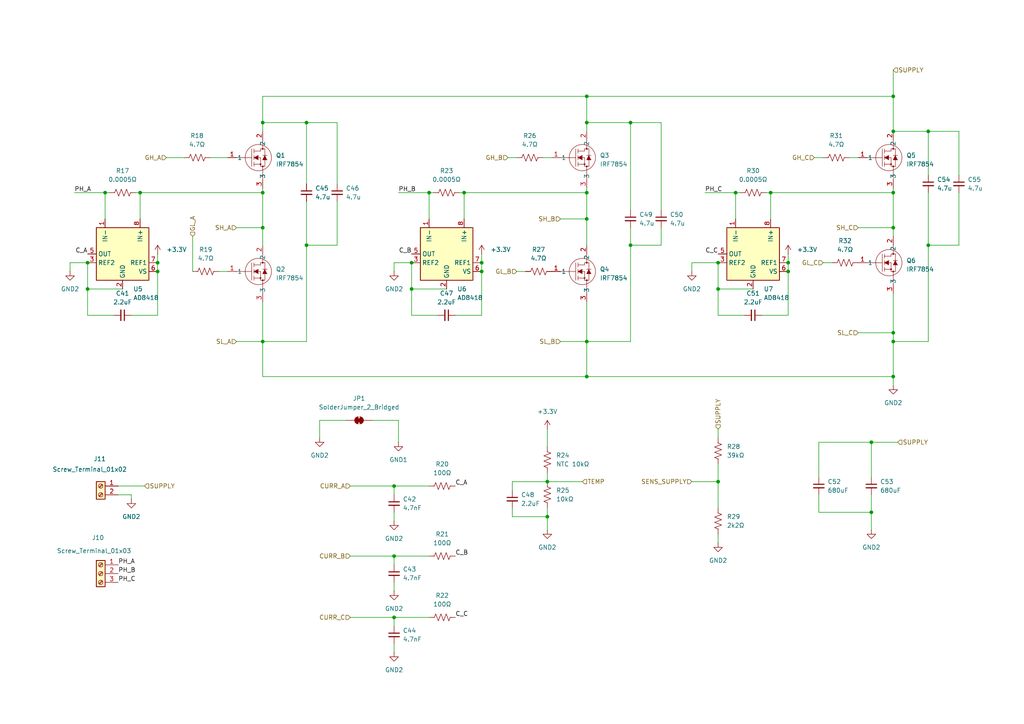
<source format=kicad_sch>
(kicad_sch (version 20231120) (generator "eeschema") (generator_version "8.0")
  (paper "A4")
  (title_block (title "bldc-controller-edp") (date "2024-08-20") (rev "1.0") (company "UTN"))
  (lib_symbols
    (symbol "Amplifier_Current:AD8418"
      (property "Reference" "U" (at -7.62 10.795 0))
      (property "Value" "AD8418" (at -7.62 8.89 0))
      (symbol "AD8418_0_1"
        (rectangle (start -7.62 7.62) (end 7.62 -7.62) (stroke (width 0.254)) (fill (type background)))
      )
      (symbol "AD8418_1_1"
        (pin input line (at 5.08 10.16 270) (length 2.54) (name "IN-") (number "1"))
        (pin power_in line (at 0 -10.16 90) (length 2.54) (name "GND") (number "2"))
        (pin input line (at 10.16 -2.54 180) (length 2.54) (name "REF2") (number "3"))
        (pin no_connect line (at 2.54 -7.62 90) (length 2.54) hide (name "NC") (number "4"))
        (pin output line (at 10.16 0 180) (length 2.54) (name "OUT") (number "5"))
        (pin power_in line (at -10.16 -5.08 0) (length 2.54) (name "VS") (number "6"))
        (pin input line (at -10.16 -2.54 0) (length 2.54) (name "REF1") (number "7"))
        (pin input line (at -5.08 10.16 270) (length 2.54) (name "IN+") (number "8"))
      )
    )
    (symbol "Connector:Screw_Terminal_01x02" (pin_names (offset 1.016) hide)
      (property "Reference" "J" (at 0 2.54 0))
      (property "Value" "Screw_Terminal_01x02" (at 0 -5.08 0))
      (symbol "Screw_Terminal_01x02_1_1"
        (rectangle (start -1.27 1.27) (end 1.27 -3.81) (stroke (width 0.254)) (fill (type background)))
        (circle (center 0 -2.54) (radius 0.635) (stroke (width 0.1524)))
        (polyline (pts (xy -0.5334 -2.2098) (xy 0.3302 -3.048)) (stroke (width 0.1524)))
        (polyline (pts (xy -0.5334 0.3302) (xy 0.3302 -0.508)) (stroke (width 0.1524)))
        (polyline (pts (xy -0.3556 -2.032) (xy 0.508 -2.8702)) (stroke (width 0.1524)))
        (polyline (pts (xy -0.3556 0.508) (xy 0.508 -0.3302)) (stroke (width 0.1524)))
        (circle (center 0 0) (radius 0.635) (stroke (width 0.1524)))
        (pin passive line (at -5.08 0 0) (length 3.81) (name "Pin_1") (number "1"))
        (pin passive line (at -5.08 -2.54 0) (length 3.81) (name "Pin_2") (number "2"))
      )
    )
    (symbol "Connector:Screw_Terminal_01x03" (pin_names (offset 1.016) hide)
      (property "Reference" "J" (at 0 5.08 0))
      (property "Value" "Screw_Terminal_01x03" (at 0 -5.08 0))
      (symbol "Screw_Terminal_01x03_1_1"
        (rectangle (start -1.27 3.81) (end 1.27 -3.81) (stroke (width 0.254)) (fill (type background)))
        (circle (center 0 -2.54) (radius 0.635) (stroke (width 0.1524)))
        (polyline (pts (xy -0.5334 -2.2098) (xy 0.3302 -3.048)) (stroke (width 0.1524)))
        (polyline (pts (xy -0.5334 0.3302) (xy 0.3302 -0.508)) (stroke (width 0.1524)))
        (polyline (pts (xy -0.5334 2.8702) (xy 0.3302 2.032)) (stroke (width 0.1524)))
        (polyline (pts (xy -0.3556 -2.032) (xy 0.508 -2.8702)) (stroke (width 0.1524)))
        (polyline (pts (xy -0.3556 0.508) (xy 0.508 -0.3302)) (stroke (width 0.1524)))
        (polyline (pts (xy -0.3556 3.048) (xy 0.508 2.2098)) (stroke (width 0.1524)))
        (circle (center 0 0) (radius 0.635) (stroke (width 0.1524)))
        (circle (center 0 2.54) (radius 0.635) (stroke (width 0.1524)))
        (pin passive line (at -5.08 2.54 0) (length 3.81) (name "Pin_1") (number "1"))
        (pin passive line (at -5.08 0 0) (length 3.81) (name "Pin_2") (number "2"))
        (pin passive line (at -5.08 -2.54 0) (length 3.81) (name "Pin_3") (number "3"))
      )
    )
    (symbol "Device:C_Small" (pin_numbers hide) (pin_names (offset 0.254) hide)
      (property "Reference" "C" (at 0.254 1.778 0))
      (property "Value" "C_Small" (at 0.254 -2.032 0))
      (symbol "C_Small_0_1"
        (polyline (pts (xy -1.524 -0.508) (xy 1.524 -0.508)) (stroke (width 0.3302)))
        (polyline (pts (xy -1.524 0.508) (xy 1.524 0.508)) (stroke (width 0.3048)))
      )
      (symbol "C_Small_1_1"
        (pin passive line (at 0 2.54 270) (length 2.032) (name "~") (number "1"))
        (pin passive line (at 0 -2.54 90) (length 2.032) (name "~") (number "2"))
      )
    )
    (symbol "Device:R_US" (pin_numbers hide) (pin_names (offset 0))
      (property "Reference" "R" (at 2.54 0 90))
      (property "Value" "R_US" (at -2.54 0 90))
      (symbol "R_US_0_1"
        (polyline (pts (xy 0 -2.286) (xy 0 -2.54)))
        (polyline (pts (xy 0 2.286) (xy 0 2.54)))
        (polyline (pts (xy 0 -0.762) (xy 1.016 -1.143) (xy 0 -1.524) (xy -1.016 -1.905) (xy 0 -2.286)))
        (polyline (pts (xy 0 0.762) (xy 1.016 0.381) (xy 0 0) (xy -1.016 -0.381) (xy 0 -0.762)))
        (polyline (pts (xy 0 2.286) (xy 1.016 1.905) (xy 0 1.524) (xy -1.016 1.143) (xy 0 0.762)))
      )
      (symbol "R_US_1_1"
        (pin passive line (at 0 3.81 270) (length 1.27) (name "~") (number "1"))
        (pin passive line (at 0 -3.81 90) (length 1.27) (name "~") (number "2"))
      )
    )
    (symbol "IRF7854PbF:IRF7854PBF" (pin_names (offset 0.254))
      (property "Reference" "MOSFET" (at 29.21 -1.524 0))
      (property "Value" "IRF7854PBF" (at 31.75 -4.572 0))
      (symbol "IRF7854PBF_0_1"
        (polyline (pts (xy 12.7 -1.27) (xy 17.145 -1.27)) (stroke (width 0.127)))
        (polyline (pts (xy 17.145 -3.81) (xy 17.145 1.27)) (stroke (width 0.127)))
        (polyline (pts (xy 17.78 -3.81) (xy 17.78 -2.54)) (stroke (width 0.127)))
        (polyline (pts (xy 17.78 -3.175) (xy 19.685 -3.175)) (stroke (width 0.127)))
        (polyline (pts (xy 17.78 -1.905) (xy 17.78 -0.635)) (stroke (width 0.127)))
        (polyline (pts (xy 17.78 0) (xy 17.78 1.27)) (stroke (width 0.127)))
        (polyline (pts (xy 17.78 0.635) (xy 19.685 0.635)) (stroke (width 0.127)))
        (polyline (pts (xy 19.05 -1.27) (xy 19.685 -1.27)) (stroke (width 0.127)))
        (polyline (pts (xy 19.685 -3.81) (xy 19.685 -1.27)) (stroke (width 0.127)))
        (polyline (pts (xy 19.685 -3.81) (xy 20.955 -3.81)) (stroke (width 0.127)))
        (polyline (pts (xy 19.685 0.635) (xy 19.685 1.27)) (stroke (width 0.127)))
        (polyline (pts (xy 19.685 1.27) (xy 20.955 1.27)) (stroke (width 0.127)))
        (polyline (pts (xy 20.32 -7.62) (xy 20.32 -3.81)) (stroke (width 0.127)))
        (polyline (pts (xy 20.32 3.81) (xy 20.32 1.27)) (stroke (width 0.127)))
        (polyline (pts (xy 20.955 -3.81) (xy 20.955 -1.905)) (stroke (width 0.127)))
        (polyline (pts (xy 20.955 -0.635) (xy 20.955 1.27)) (stroke (width 0.127)))
        (polyline (pts (xy 21.59 -0.635) (xy 20.32 -0.635)) (stroke (width 0.127)))
        (polyline (pts (xy 19.05 -0.635) (xy 17.78 -1.27) (xy 19.05 -1.905)) (fill (type outline)))
        (polyline (pts (xy 21.59 -1.905) (xy 20.32 -1.905) (xy 20.955 -0.635)) (fill (type outline)))
        (circle (center 19.05 -1.27) (radius 3.81) (stroke (width 0.127)))
        (circle (center 19.685 -3.175) (radius 0.127) (stroke (width 0.254)))
        (circle (center 20.32 -3.81) (radius 0.127) (stroke (width 0.254)))
        (circle (center 20.32 1.27) (radius 0.127) (stroke (width 0.254)))
      )
      (symbol "IRF7854PBF_1_1"
        (pin unspecified line (at 10.16 -1.27 0) (length 2.54) (name "1") (number "1"))
        (pin unspecified line (at 20.32 6.35 270) (length 2.54) (name "2") (number "2"))
        (pin unspecified line (at 20.32 -10.16 90) (length 2.54) (name "3") (number "3"))
      )
    )
    (symbol "Jumper:SolderJumper_2_Bridged" (pin_numbers hide) (pin_names (offset 0) hide) (exclude_from_sim yes) (in_bom no)
      (property "Reference" "JP" (at 0 2.032 0))
      (property "Value" "SolderJumper_2_Bridged" (at 0 -2.54 0))
      (symbol "SolderJumper_2_Bridged_0_1"
        (rectangle (start -0.508 0.508) (end 0.508 -0.508) (fill (type outline)))
        (arc (start -0.254 1.016) (mid -1.2656 0) (end -0.254 -1.016))
        (arc (start -0.254 1.016) (mid -1.2656 0) (end -0.254 -1.016) (fill (type outline)))
        (polyline (pts (xy -0.254 1.016) (xy -0.254 -1.016)))
        (polyline (pts (xy 0.254 1.016) (xy 0.254 -1.016)))
        (arc (start 0.254 -1.016) (mid 1.2656 0) (end 0.254 1.016))
        (arc (start 0.254 -1.016) (mid 1.2656 0) (end 0.254 1.016) (fill (type outline)))
      )
      (symbol "SolderJumper_2_Bridged_1_1"
        (pin passive line (at -3.81 0 0) (length 2.54) (name "A") (number "1"))
        (pin passive line (at 3.81 0 180) (length 2.54) (name "B") (number "2"))
      )
    )
    (symbol "power:+3.3V" (power) (pin_numbers hide) (pin_names (offset 0) hide)
      (property "Value" "+3.3V" (at 0 3.556 0))
      (symbol "+3.3V_0_1"
        (polyline (pts (xy -0.762 1.27) (xy 0 2.54)))
        (polyline (pts (xy 0 0) (xy 0 2.54)))
        (polyline (pts (xy 0 2.54) (xy 0.762 1.27)))
      )
      (symbol "+3.3V_1_1"
        (pin power_in line (at 0 0 90) (length 0) (name "~") (number "1"))
      )
    )
    (symbol "power:GND1" (power) (pin_numbers hide) (pin_names (offset 0) hide)
      (property "Value" "GND1" (at 0 -3.81 0))
      (symbol "GND1_0_1"
        (polyline (pts (xy 0 0) (xy 0 -1.27) (xy 1.27 -1.27) (xy 0 -2.54) (xy -1.27 -1.27) (xy 0 -1.27)))
      )
      (symbol "GND1_1_1"
        (pin power_in line (at 0 0 270) (length 0) (name "~") (number "1"))
      )
    )
    (symbol "power:GND2" (power) (pin_numbers hide) (pin_names (offset 0) hide)
      (property "Value" "GND2" (at 0 -3.81 0))
      (symbol "GND2_0_1"
        (polyline (pts (xy 0 0) (xy 0 -1.27) (xy 1.27 -1.27) (xy 0 -2.54) (xy -1.27 -1.27) (xy 0 -1.27)))
      )
      (symbol "GND2_1_1"
        (pin power_in line (at 0 0 270) (length 0) (name "~") (number "1"))
      )
    )
  )
  (junction (at 208.28 76.2))
  (junction (at 114.3 161.29))
  (junction (at 76.2 35.56))
  (junction (at 25.4 76.2))
  (junction (at 25.4 83.82))
  (junction (at 182.88 35.56))
  (junction (at 259.08 27.94))
  (junction (at 170.18 99.06))
  (junction (at 134.62 55.88))
  (junction (at 259.08 109.22))
  (junction (at 228.6 78.74))
  (junction (at 170.18 35.56))
  (junction (at 119.38 76.2))
  (junction (at 40.64 55.88))
  (junction (at 170.18 109.22))
  (junction (at 259.08 38.1))
  (junction (at 119.38 83.82))
  (junction (at 45.72 78.74))
  (junction (at 170.18 55.88))
  (junction (at 114.3 140.97))
  (junction (at 139.7 76.2))
  (junction (at 76.2 66.04))
  (junction (at 158.75 139.7))
  (junction (at 139.7 78.74))
  (junction (at 269.24 38.1))
  (junction (at 88.9 71.12))
  (junction (at 228.6 76.2))
  (junction (at 213.36 55.88))
  (junction (at 259.08 99.06))
  (junction (at 76.2 99.06))
  (junction (at 269.24 71.12))
  (junction (at 170.18 63.5))
  (junction (at 208.28 139.7))
  (junction (at 88.9 35.56))
  (junction (at 114.3 179.07))
  (junction (at 223.52 55.88))
  (junction (at 252.73 128.27))
  (junction (at 182.88 71.12))
  (junction (at 170.18 27.94))
  (junction (at 30.48 55.88))
  (junction (at 259.08 96.52))
  (junction (at 259.08 66.04))
  (junction (at 158.75 149.86))
  (junction (at 259.08 55.88))
  (junction (at 45.72 76.2))
  (junction (at 124.46 55.88))
  (junction (at 76.2 55.88))
  (junction (at 208.28 83.82))
  (junction (at 252.73 148.59))
  (wire (pts (xy 208.28 147.32) (xy 208.28 139.7)))
  (wire (pts (xy 92.71 127) (xy 92.71 121.92)))
  (wire (pts (xy 76.2 27.94) (xy 76.2 35.56)))
  (wire (pts (xy 170.18 55.88) (xy 170.18 63.5)))
  (wire (pts (xy 170.18 109.22) (xy 259.08 109.22)))
  (wire (pts (xy 158.75 124.46) (xy 158.75 129.54)))
  (wire (pts (xy 208.28 91.44) (xy 215.9 91.44)))
  (wire (pts (xy 252.73 128.27) (xy 252.73 138.43)))
  (wire (pts (xy 170.18 27.94) (xy 259.08 27.94)))
  (wire (pts (xy 114.3 78.74) (xy 114.3 76.2)))
  (wire (pts (xy 39.37 55.88) (xy 40.64 55.88)))
  (wire (pts (xy 129.54 83.82) (xy 119.38 83.82)))
  (wire (pts (xy 20.32 78.74) (xy 20.32 76.2)))
  (wire (pts (xy 248.92 66.04) (xy 259.08 66.04)))
  (wire (pts (xy 208.28 76.2) (xy 208.28 83.82)))
  (wire (pts (xy 208.28 154.94) (xy 208.28 157.48)))
  (wire (pts (xy 237.49 148.59) (xy 252.73 148.59)))
  (wire (pts (xy 139.7 73.66) (xy 139.7 76.2)))
  (wire (pts (xy 182.88 99.06) (xy 182.88 71.12)))
  (wire (pts (xy 158.75 137.16) (xy 158.75 139.7)))
  (wire (pts (xy 222.25 55.88) (xy 223.52 55.88)))
  (wire (pts (xy 97.79 71.12) (xy 88.9 71.12)))
  (wire (pts (xy 115.57 121.92) (xy 107.95 121.92)))
  (wire (pts (xy 48.26 45.72) (xy 53.34 45.72)))
  (wire (pts (xy 60.96 45.72) (xy 66.04 45.72)))
  (wire (pts (xy 223.52 55.88) (xy 223.52 63.5)))
  (wire (pts (xy 114.3 168.91) (xy 114.3 171.45)))
  (wire (pts (xy 208.28 134.62) (xy 208.28 139.7)))
  (wire (pts (xy 55.88 68.58) (xy 55.88 78.74)))
  (wire (pts (xy 76.2 109.22) (xy 170.18 109.22)))
  (wire (pts (xy 162.56 63.5) (xy 170.18 63.5)))
  (wire (pts (xy 124.46 55.88) (xy 125.73 55.88)))
  (wire (pts (xy 182.88 35.56) (xy 182.88 60.96)))
  (wire (pts (xy 170.18 38.1) (xy 170.18 35.56)))
  (wire (pts (xy 40.64 55.88) (xy 76.2 55.88)))
  (wire (pts (xy 170.18 27.94) (xy 170.18 35.56)))
  (wire (pts (xy 114.3 161.29) (xy 114.3 163.83)))
  (wire (pts (xy 170.18 99.06) (xy 182.88 99.06)))
  (wire (pts (xy 170.18 35.56) (xy 182.88 35.56)))
  (wire (pts (xy 114.3 161.29) (xy 101.6 161.29)))
  (wire (pts (xy 76.2 66.04) (xy 76.2 71.12)))
  (wire (pts (xy 63.5 78.74) (xy 66.04 78.74)))
  (wire (pts (xy 134.62 55.88) (xy 170.18 55.88)))
  (wire (pts (xy 115.57 55.88) (xy 124.46 55.88)))
  (wire (pts (xy 191.77 71.12) (xy 182.88 71.12)))
  (wire (pts (xy 25.4 76.2) (xy 25.4 83.82)))
  (wire (pts (xy 25.4 91.44) (xy 33.02 91.44)))
  (wire (pts (xy 259.08 66.04) (xy 259.08 68.58)))
  (wire (pts (xy 252.73 128.27) (xy 260.35 128.27)))
  (wire (pts (xy 124.46 161.29) (xy 114.3 161.29)))
  (wire (pts (xy 214.63 55.88) (xy 213.36 55.88)))
  (wire (pts (xy 259.08 85.09) (xy 259.08 96.52)))
  (wire (pts (xy 139.7 78.74) (xy 139.7 91.44)))
  (wire (pts (xy 119.38 83.82) (xy 119.38 91.44)))
  (wire (pts (xy 114.3 179.07) (xy 101.6 179.07)))
  (wire (pts (xy 162.56 99.06) (xy 170.18 99.06)))
  (wire (pts (xy 237.49 143.51) (xy 237.49 148.59)))
  (wire (pts (xy 170.18 63.5) (xy 170.18 71.12)))
  (wire (pts (xy 246.38 45.72) (xy 248.92 45.72)))
  (wire (pts (xy 213.36 55.88) (xy 213.36 63.5)))
  (wire (pts (xy 248.92 96.52) (xy 259.08 96.52)))
  (wire (pts (xy 218.44 83.82) (xy 208.28 83.82)))
  (wire (pts (xy 236.22 45.72) (xy 238.76 45.72)))
  (wire (pts (xy 45.72 73.66) (xy 45.72 76.2)))
  (wire (pts (xy 241.3 76.2) (xy 238.76 76.2)))
  (wire (pts (xy 30.48 55.88) (xy 31.75 55.88)))
  (wire (pts (xy 259.08 54.61) (xy 259.08 55.88)))
  (wire (pts (xy 170.18 87.63) (xy 170.18 99.06)))
  (wire (pts (xy 88.9 35.56) (xy 88.9 53.34)))
  (wire (pts (xy 259.08 20.32) (xy 259.08 27.94)))
  (wire (pts (xy 269.24 99.06) (xy 269.24 71.12)))
  (wire (pts (xy 88.9 99.06) (xy 88.9 71.12)))
  (wire (pts (xy 170.18 54.61) (xy 170.18 55.88)))
  (wire (pts (xy 148.59 139.7) (xy 158.75 139.7)))
  (wire (pts (xy 132.08 91.44) (xy 139.7 91.44)))
  (wire (pts (xy 119.38 91.44) (xy 127 91.44)))
  (wire (pts (xy 38.1 143.51) (xy 38.1 144.78)))
  (wire (pts (xy 124.46 179.07) (xy 114.3 179.07)))
  (wire (pts (xy 21.59 55.88) (xy 30.48 55.88)))
  (wire (pts (xy 38.1 91.44) (xy 45.72 91.44)))
  (wire (pts (xy 114.3 76.2) (xy 119.38 76.2)))
  (wire (pts (xy 204.47 55.88) (xy 213.36 55.88)))
  (wire (pts (xy 40.64 55.88) (xy 40.64 63.5)))
  (wire (pts (xy 76.2 27.94) (xy 170.18 27.94)))
  (wire (pts (xy 34.29 143.51) (xy 38.1 143.51)))
  (wire (pts (xy 92.71 121.92) (xy 100.33 121.92)))
  (wire (pts (xy 191.77 35.56) (xy 191.77 60.96)))
  (wire (pts (xy 88.9 35.56) (xy 97.79 35.56)))
  (wire (pts (xy 149.86 78.74) (xy 152.4 78.74)))
  (wire (pts (xy 114.3 140.97) (xy 114.3 143.51)))
  (wire (pts (xy 139.7 76.2) (xy 139.7 78.74)))
  (wire (pts (xy 278.13 38.1) (xy 269.24 38.1)))
  (wire (pts (xy 115.57 128.27) (xy 115.57 121.92)))
  (wire (pts (xy 76.2 87.63) (xy 76.2 99.06)))
  (wire (pts (xy 119.38 76.2) (xy 119.38 83.82)))
  (wire (pts (xy 269.24 38.1) (xy 269.24 50.8)))
  (wire (pts (xy 170.18 99.06) (xy 170.18 109.22)))
  (wire (pts (xy 76.2 35.56) (xy 76.2 38.1)))
  (wire (pts (xy 182.88 35.56) (xy 191.77 35.56)))
  (wire (pts (xy 259.08 96.52) (xy 259.08 99.06)))
  (wire (pts (xy 269.24 55.88) (xy 269.24 71.12)))
  (wire (pts (xy 259.08 99.06) (xy 259.08 109.22)))
  (wire (pts (xy 228.6 73.66) (xy 228.6 76.2)))
  (wire (pts (xy 182.88 66.04) (xy 182.88 71.12)))
  (wire (pts (xy 158.75 149.86) (xy 158.75 153.67)))
  (wire (pts (xy 88.9 58.42) (xy 88.9 71.12)))
  (wire (pts (xy 278.13 55.88) (xy 278.13 71.12)))
  (wire (pts (xy 133.35 55.88) (xy 134.62 55.88)))
  (wire (pts (xy 114.3 186.69) (xy 114.3 189.23)))
  (wire (pts (xy 76.2 99.06) (xy 88.9 99.06)))
  (wire (pts (xy 252.73 148.59) (xy 252.73 153.67)))
  (wire (pts (xy 45.72 78.74) (xy 45.72 76.2)))
  (wire (pts (xy 148.59 149.86) (xy 158.75 149.86)))
  (wire (pts (xy 20.32 76.2) (xy 25.4 76.2)))
  (wire (pts (xy 68.58 99.06) (xy 76.2 99.06)))
  (wire (pts (xy 191.77 66.04) (xy 191.77 71.12)))
  (wire (pts (xy 208.28 124.46) (xy 208.28 127)))
  (wire (pts (xy 259.08 38.1) (xy 269.24 38.1)))
  (wire (pts (xy 158.75 139.7) (xy 168.91 139.7)))
  (wire (pts (xy 259.08 27.94) (xy 259.08 38.1)))
  (wire (pts (xy 237.49 128.27) (xy 237.49 138.43)))
  (wire (pts (xy 259.08 109.22) (xy 259.08 111.76)))
  (wire (pts (xy 148.59 147.32) (xy 148.59 149.86)))
  (wire (pts (xy 200.66 78.74) (xy 200.66 76.2)))
  (wire (pts (xy 76.2 35.56) (xy 88.9 35.56)))
  (wire (pts (xy 237.49 128.27) (xy 252.73 128.27)))
  (wire (pts (xy 124.46 55.88) (xy 124.46 63.5)))
  (wire (pts (xy 76.2 99.06) (xy 76.2 109.22)))
  (wire (pts (xy 158.75 147.32) (xy 158.75 149.86)))
  (wire (pts (xy 228.6 78.74) (xy 228.6 76.2)))
  (wire (pts (xy 35.56 83.82) (xy 25.4 83.82)))
  (wire (pts (xy 200.66 139.7) (xy 208.28 139.7)))
  (wire (pts (xy 134.62 55.88) (xy 134.62 63.5)))
  (wire (pts (xy 97.79 58.42) (xy 97.79 71.12)))
  (wire (pts (xy 148.59 139.7) (xy 148.59 142.24)))
  (wire (pts (xy 76.2 54.61) (xy 76.2 55.88)))
  (wire (pts (xy 25.4 83.82) (xy 25.4 91.44)))
  (wire (pts (xy 220.98 91.44) (xy 228.6 91.44)))
  (wire (pts (xy 149.86 45.72) (xy 147.32 45.72)))
  (wire (pts (xy 278.13 71.12) (xy 269.24 71.12)))
  (wire (pts (xy 259.08 99.06) (xy 269.24 99.06)))
  (wire (pts (xy 76.2 55.88) (xy 76.2 66.04)))
  (wire (pts (xy 114.3 140.97) (xy 124.46 140.97)))
  (wire (pts (xy 252.73 143.51) (xy 252.73 148.59)))
  (wire (pts (xy 114.3 148.59) (xy 114.3 151.13)))
  (wire (pts (xy 228.6 78.74) (xy 228.6 91.44)))
  (wire (pts (xy 101.6 140.97) (xy 114.3 140.97)))
  (wire (pts (xy 208.28 83.82) (xy 208.28 91.44)))
  (wire (pts (xy 259.08 55.88) (xy 259.08 66.04)))
  (wire (pts (xy 34.29 140.97) (xy 41.91 140.97)))
  (wire (pts (xy 97.79 35.56) (xy 97.79 53.34)))
  (wire (pts (xy 114.3 179.07) (xy 114.3 181.61)))
  (wire (pts (xy 157.48 45.72) (xy 160.02 45.72)))
  (wire (pts (xy 45.72 78.74) (xy 45.72 91.44)))
  (wire (pts (xy 30.48 55.88) (xy 30.48 63.5)))
  (wire (pts (xy 278.13 38.1) (xy 278.13 50.8)))
  (wire (pts (xy 200.66 76.2) (xy 208.28 76.2)))
  (wire (pts (xy 68.58 66.04) (xy 76.2 66.04)))
  (wire (pts (xy 223.52 55.88) (xy 259.08 55.88)))
  (label "C_B" (at 119.38 73.66 180))
  (label "C_A" (at 25.4 73.66 180))
  (label "PH_B" (at 34.29 166.37 0))
  (label "C_B" (at 132.08 161.29 0))
  (label "PH_A" (at 34.29 163.83 0))
  (label "C_A" (at 132.08 140.97 0))
  (label "PH_A" (at 21.59 55.88 0))
  (label "PH_B" (at 115.57 55.88 0))
  (label "PH_C" (at 204.47 55.88 0))
  (label "C_C" (at 132.08 179.07 0))
  (label "PH_C" (at 34.29 168.91 0))
  (label "C_C" (at 208.28 73.66 180))
  (hierarchical_label "CURR_C" (shape input) (at 101.6 179.07 180))
  (hierarchical_label "GL_A" (shape input) (at 55.88 68.58 90))
  (hierarchical_label "CURR_A" (shape input) (at 101.6 140.97 180))
  (hierarchical_label "SUPPLY" (shape input) (at 208.28 124.46 90))
  (hierarchical_label "GH_C" (shape input) (at 236.22 45.72 180))
  (hierarchical_label "TEMP" (shape input) (at 168.91 139.7 0))
  (hierarchical_label "GL_B" (shape input) (at 149.86 78.74 180))
  (hierarchical_label "SUPPLY" (shape input) (at 41.91 140.97 0))
  (hierarchical_label "GH_A" (shape input) (at 48.26 45.72 180))
  (hierarchical_label "SH_B" (shape input) (at 162.56 63.5 180))
  (hierarchical_label "SUPPLY" (shape input) (at 260.35 128.27 0))
  (hierarchical_label "SENS_SUPPLY" (shape input) (at 200.66 139.7 180))
  (hierarchical_label "SUPPLY" (shape input) (at 259.08 20.32 0))
  (hierarchical_label "SL_B" (shape input) (at 162.56 99.06 180))
  (hierarchical_label "GH_B" (shape input) (at 147.32 45.72 180))
  (hierarchical_label "SL_A" (shape input) (at 68.58 99.06 180))
  (hierarchical_label "SH_A" (shape input) (at 68.58 66.04 180))
  (hierarchical_label "SH_C" (shape input) (at 248.92 66.04 180))
  (hierarchical_label "CURR_B" (shape input) (at 101.6 161.29 180))
  (hierarchical_label "GL_C" (shape input) (at 238.76 76.2 180))
  (hierarchical_label "SL_C" (shape input) (at 248.92 96.52 180))
  (symbol (lib_id "Device:R_US") (at 153.67 45.72 270) (unit 1)
    (property "Reference" "R26" (at 153.67 39.37 90))
    (property "Value" "4.7Ω" (at 153.67 41.91 90))
    (property "Footprint" "Resistor_SMD:R_0603_1608Metric" (effects (hide yes)))
    (property "Manufacturer" "YAGEO" (effects (hide yes)))
    (property "Manufacturer Product Number " "RC0603FR-074R7L" (effects (hide yes)))
  )
  (symbol (lib_id "Device:R_US") (at 129.54 55.88 270) (unit 1)
    (property "Reference" "R23" (at 129.54 49.53 90))
    (property "Value" "0.0005Ω" (at 129.54 52.07 90))
    (property "Footprint" "Resistor_SMD:R_2512_6332Metric" (effects (hide yes)))
    (property "Manufacturer" "Stackpole Electronics Inc" (effects (hide yes)))
    (property "Manufacturer Product Number " "CSNL2512FTL500" (effects (hide yes)))
  )
  (symbol (lib_id "Device:R_US") (at 156.21 78.74 270) (unit 1)
    (property "Reference" "R27" (at 156.21 72.39 90))
    (property "Value" "4.7Ω" (at 156.21 74.93 90))
    (property "Footprint" "Resistor_SMD:R_0603_1608Metric" (effects (hide yes)))
    (property "Manufacturer" "YAGEO" (effects (hide yes)))
    (property "Manufacturer Product Number " "RC0603FR-074R7L" (effects (hide yes)))
  )
  (symbol (lib_id "Device:C_Small") (at 182.88 63.5 0) (unit 1)
    (property "Reference" "C49" (at 185.42 62.2362 0) (effects (justify left)))
    (property "Value" "4.7u" (at 185.42 64.7762 0) (effects (justify left)))
    (property "Footprint" "Capacitor_SMD:C_1210_3225Metric" (effects (hide yes)))
    (property "Description" "CAP CER 4.7UF 100V X7R 1210" (effects (hide yes)))
    (property "Manufacturer" "Holy Stone Enterprise Co., Ltd. " (effects (hide yes)))
    (property "Manufacturer Product Number " "C1210X475K101T" (effects (hide yes)))
  )
  (symbol (lib_id "Device:C_Small") (at 191.77 63.5 0) (unit 1)
    (property "Reference" "C50" (at 194.31 62.2362 0) (effects (justify left)))
    (property "Value" "4.7u" (at 194.31 64.7762 0) (effects (justify left)))
    (property "Footprint" "Capacitor_SMD:C_1210_3225Metric" (effects (hide yes)))
    (property "Description" "CAP CER 4.7UF 100V X7R 1210" (effects (hide yes)))
    (property "Manufacturer" "Holy Stone Enterprise Co., Ltd. " (effects (hide yes)))
    (property "Manufacturer Product Number " "C1210X475K101T" (effects (hide yes)))
  )
  (symbol (lib_id "Device:C_Small") (at 129.54 91.44 270) (unit 1)
    (property "Reference" "C47" (at 129.5336 85.09 90))
    (property "Value" "2.2uF" (at 129.5336 87.63 90))
    (property "Footprint" "Capacitor_SMD:C_0603_1608Metric" (effects (hide yes)))
    (property "Description" "CAP 2.2u, 16V, 0603" (effects (hide yes)))
    (property "Manufacturer" "Samsung Electro-Mechanics" (effects (hide yes)))
    (property "Manufacturer Product Number " "CL10A225KO8NNNC" (effects (hide yes)))
  )
  (symbol (lib_id "power:+3.3V") (at 139.7 73.66 0) (unit 1)
    (property "Reference" "#PWR058" (effects (hide yes)))
    (property "Value" "+3.3V" (at 142.24 72.3899 0) (effects (justify left)))
    (property "Description" "Power symbol creates a global label with name \"+3.3V\"" (effects (hide yes)))
  )
  (symbol (lib_id "Amplifier_Current:AD8418") (at 35.56 73.66 0) (mirror y) (unit 1)
    (property "Reference" "U5" (at 38.6366 83.82 0) (effects (justify right)))
    (property "Value" "AD8418" (at 38.6366 86.36 0) (effects (justify right)))
    (property "Footprint" "crf1:R_8_ADI" (effects (hide yes)))
    (property "Datasheet" "http://www.analog.com/media/en/technical-documentation/data-sheets/AD8418.pdf" (effects (hide yes)))
    (property "Manufacturer" "Analog Devices Inc." (effects (hide yes)))
    (property "Manufacturer Product Number " "AD8418AWBRZ-RL" (effects (hide yes)))
  )
  (symbol (lib_id "Device:R_US") (at 57.15 45.72 270) (unit 1)
    (property "Reference" "R18" (at 57.15 39.37 90))
    (property "Value" "4.7Ω" (at 57.15 41.91 90))
    (property "Footprint" "Resistor_SMD:R_0603_1608Metric" (effects (hide yes)))
    (property "Manufacturer" "YAGEO" (effects (hide yes)))
    (property "Manufacturer Product Number " "RC0603FR-074R7L" (effects (hide yes)))
  )
  (symbol (lib_id "Device:R_US") (at 35.56 55.88 270) (unit 1)
    (property "Reference" "R17" (at 35.56 49.53 90))
    (property "Value" "0.0005Ω" (at 35.56 52.07 90))
    (property "Footprint" "Resistor_SMD:R_2512_6332Metric" (effects (hide yes)))
    (property "Manufacturer" "Stackpole Electronics Inc" (effects (hide yes)))
    (property "Manufacturer Product Number " "CSNL2512FTL500" (effects (hide yes)))
  )
  (symbol (lib_id "Device:R_US") (at 59.69 78.74 270) (unit 1)
    (property "Reference" "R19" (at 59.69 72.39 90))
    (property "Value" "4.7Ω" (at 59.69 74.93 90))
    (property "Footprint" "Resistor_SMD:R_0603_1608Metric" (effects (hide yes)))
    (property "Manufacturer" "YAGEO" (effects (hide yes)))
    (property "Manufacturer Product Number " "RC0603FR-074R7L" (effects (hide yes)))
  )
  (symbol (lib_id "Device:C_Small") (at 88.9 55.88 0) (unit 1)
    (property "Reference" "C45" (at 91.44 54.6162 0) (effects (justify left)))
    (property "Value" "4.7u" (at 91.44 57.1562 0) (effects (justify left)))
    (property "Footprint" "Capacitor_SMD:C_1210_3225Metric" (effects (hide yes)))
    (property "Description" "CAP CER 4.7UF 100V X7R 1210" (effects (hide yes)))
    (property "Manufacturer" "Holy Stone Enterprise Co., Ltd. " (effects (hide yes)))
    (property "Manufacturer Product Number " "C1210X475K101T" (effects (hide yes)))
  )
  (symbol (lib_id "Device:C_Small") (at 97.79 55.88 0) (unit 1)
    (property "Reference" "C46" (at 100.33 54.6162 0) (effects (justify left)))
    (property "Value" "4.7u" (at 100.33 57.1562 0) (effects (justify left)))
    (property "Footprint" "Capacitor_SMD:C_1210_3225Metric" (effects (hide yes)))
    (property "Description" "CAP CER 4.7UF 100V X7R 1210" (effects (hide yes)))
    (property "Manufacturer" "Holy Stone Enterprise Co., Ltd. " (effects (hide yes)))
    (property "Manufacturer Product Number " "C1210X475K101T" (effects (hide yes)))
  )
  (symbol (lib_id "Device:C_Small") (at 35.56 91.44 270) (unit 1)
    (property "Reference" "C41" (at 35.5536 85.09 90))
    (property "Value" "2.2uF" (at 35.5536 87.63 90))
    (property "Footprint" "Capacitor_SMD:C_0603_1608Metric" (effects (hide yes)))
    (property "Description" "CAP 2.2u, 16V, 0603" (effects (hide yes)))
    (property "Manufacturer" "Samsung Electro-Mechanics" (effects (hide yes)))
    (property "Manufacturer Product Number " "CL10A225KO8NNNC" (effects (hide yes)))
  )
  (symbol (lib_id "power:+3.3V") (at 45.72 73.66 0) (unit 1)
    (property "Reference" "#PWR052" (effects (hide yes)))
    (property "Value" "+3.3V" (at 48.26 72.3899 0) (effects (justify left)))
    (property "Description" "Power symbol creates a global label with name \"+3.3V\"" (effects (hide yes)))
  )
  (symbol (lib_id "Amplifier_Current:AD8418") (at 218.44 73.66 0) (mirror y) (unit 1)
    (property "Reference" "U7" (at 221.5166 83.82 0) (effects (justify right)))
    (property "Value" "AD8418" (at 221.5166 86.36 0) (effects (justify right)))
    (property "Footprint" "crf1:R_8_ADI" (effects (hide yes)))
    (property "Datasheet" "http://www.analog.com/media/en/technical-documentation/data-sheets/AD8418.pdf" (effects (hide yes)))
    (property "Manufacturer" "Analog Devices Inc." (effects (hide yes)))
    (property "Manufacturer Product Number " "AD8418AWBRZ-RL" (effects (hide yes)))
  )
  (symbol (lib_id "Device:R_US") (at 242.57 45.72 270) (unit 1)
    (property "Reference" "R31" (at 242.57 39.37 90))
    (property "Value" "4.7Ω" (at 242.57 41.91 90))
    (property "Footprint" "Resistor_SMD:R_0603_1608Metric" (effects (hide yes)))
    (property "Manufacturer" "YAGEO" (effects (hide yes)))
    (property "Manufacturer Product Number " "RC0603FR-074R7L" (effects (hide yes)))
  )
  (symbol (lib_id "Device:R_US") (at 218.44 55.88 270) (unit 1)
    (property "Reference" "R30" (at 218.44 49.53 90))
    (property "Value" "0.0005Ω" (at 218.44 52.07 90))
    (property "Footprint" "Resistor_SMD:R_2512_6332Metric" (effects (hide yes)))
    (property "Manufacturer" "Stackpole Electronics Inc" (effects (hide yes)))
    (property "Manufacturer Product Number " "CSNL2512FTL500" (effects (hide yes)))
  )
  (symbol (lib_id "Device:R_US") (at 245.11 76.2 270) (unit 1)
    (property "Reference" "R32" (at 245.11 69.85 90))
    (property "Value" "4.7Ω" (at 245.11 72.39 90))
    (property "Footprint" "Resistor_SMD:R_0603_1608Metric" (effects (hide yes)))
    (property "Manufacturer" "YAGEO" (effects (hide yes)))
    (property "Manufacturer Product Number " "RC0603FR-074R7L" (effects (hide yes)))
  )
  (symbol (lib_id "Device:C_Small") (at 269.24 53.34 0) (unit 1)
    (property "Reference" "C54" (at 271.78 52.0762 0) (effects (justify left)))
    (property "Value" "4.7u" (at 271.78 54.6162 0) (effects (justify left)))
    (property "Footprint" "Capacitor_SMD:C_1210_3225Metric" (effects (hide yes)))
    (property "Description" "CAP CER 4.7UF 100V X7R 1210" (effects (hide yes)))
    (property "Manufacturer" "Holy Stone Enterprise Co., Ltd. " (effects (hide yes)))
    (property "Manufacturer Product Number " "C1210X475K101T" (effects (hide yes)))
  )
  (symbol (lib_id "Device:C_Small") (at 278.13 53.34 0) (unit 1)
    (property "Reference" "C55" (at 280.67 52.0762 0) (effects (justify left)))
    (property "Value" "4.7u" (at 280.67 54.6162 0) (effects (justify left)))
    (property "Footprint" "Capacitor_SMD:C_1210_3225Metric" (effects (hide yes)))
    (property "Description" "CAP CER 4.7UF 100V X7R 1210" (effects (hide yes)))
    (property "Manufacturer" "Holy Stone Enterprise Co., Ltd. " (effects (hide yes)))
    (property "Manufacturer Product Number " "C1210X475K101T" (effects (hide yes)))
  )
  (symbol (lib_id "Device:C_Small") (at 218.44 91.44 270) (unit 1)
    (property "Reference" "C51" (at 218.4336 85.09 90))
    (property "Value" "2.2uF" (at 218.4336 87.63 90))
    (property "Footprint" "Capacitor_SMD:C_0603_1608Metric" (effects (hide yes)))
    (property "Description" "CAP 2.2u, 16V, 0603" (effects (hide yes)))
    (property "Manufacturer" "Samsung Electro-Mechanics" (effects (hide yes)))
    (property "Manufacturer Product Number " "CL10A225KO8NNNC" (effects (hide yes)))
  )
  (symbol (lib_id "power:+3.3V") (at 228.6 73.66 0) (unit 1)
    (property "Reference" "#PWR063" (effects (hide yes)))
    (property "Value" "+3.3V" (at 231.14 72.3899 0) (effects (justify left)))
    (property "Description" "Power symbol creates a global label with name \"+3.3V\"" (effects (hide yes)))
  )
  (symbol (lib_id "power:GND2") (at 259.08 111.76 0) (unit 1)
    (property "Reference" "#PWR065" (effects (hide yes)))
    (property "Value" "GND2" (at 259.08 116.84 0))
    (property "Description" "Power symbol creates a global label with name \"GND2\" , ground" (effects (hide yes)))
  )
  (symbol (lib_id "Device:R_US") (at 128.27 140.97 270) (unit 1)
    (property "Reference" "R20" (at 128.27 134.62 90))
    (property "Value" "100Ω" (at 128.27 137.16 90))
    (property "Footprint" "Resistor_SMD:R_0603_1608Metric" (effects (hide yes)))
    (property "Description" "R 2k2, 0603" (effects (hide yes)))
    (property "Manufacturer" "YAGEO" (effects (hide yes)))
    (property "Manufacturer Product Number " "RC0603FR-07100RL" (effects (hide yes)))
  )
  (symbol (lib_id "Device:R_US") (at 128.27 161.29 270) (unit 1)
    (property "Reference" "R21" (at 128.27 154.94 90))
    (property "Value" "100Ω" (at 128.27 157.48 90))
    (property "Footprint" "Resistor_SMD:R_0603_1608Metric" (effects (hide yes)))
    (property "Description" "R 2k2, 0603" (effects (hide yes)))
    (property "Manufacturer" "YAGEO" (effects (hide yes)))
    (property "Manufacturer Product Number " "RC0603FR-07100RL" (effects (hide yes)))
  )
  (symbol (lib_id "Device:R_US") (at 128.27 179.07 270) (unit 1)
    (property "Reference" "R22" (at 128.27 172.72 90))
    (property "Value" "100Ω" (at 128.27 175.26 90))
    (property "Footprint" "Resistor_SMD:R_0603_1608Metric" (effects (hide yes)))
    (property "Description" "R 2k2, 0603" (effects (hide yes)))
    (property "Manufacturer" "YAGEO" (effects (hide yes)))
    (property "Manufacturer Product Number " "RC0603FR-07100RL" (effects (hide yes)))
  )
  (symbol (lib_id "Device:C_Small") (at 114.3 146.05 0) (unit 1)
    (property "Reference" "C42" (at 116.84 144.7862 0) (effects (justify left)))
    (property "Value" "4.7nF" (at 116.84 147.3262 0) (effects (justify left)))
    (property "Footprint" "Capacitor_SMD:C_0603_1608Metric" (effects (hide yes)))
    (property "Description" "CAP CER 0603 4.7NF 16V X7R 10%" (effects (hide yes)))
    (property "Manufacturer" "FH (Guangdong Fenghua Advanced Tech)" (effects (hide yes)))
    (property "Manufacturer Product Number " "0603B472K500NT" (effects (hide yes)))
  )
  (symbol (lib_id "Device:C_Small") (at 114.3 166.37 0) (unit 1)
    (property "Reference" "C43" (at 116.84 165.1062 0) (effects (justify left)))
    (property "Value" "4.7nF" (at 116.84 167.6462 0) (effects (justify left)))
    (property "Footprint" "Capacitor_SMD:C_0603_1608Metric" (effects (hide yes)))
    (property "Description" "CAP CER 0603 4.7NF 16V X7R 10%" (effects (hide yes)))
    (property "Manufacturer" "FH (Guangdong Fenghua Advanced Tech)" (effects (hide yes)))
    (property "Manufacturer Product Number " "0603B472K500NT" (effects (hide yes)))
  )
  (symbol (lib_id "Device:C_Small") (at 114.3 184.15 0) (unit 1)
    (property "Reference" "C44" (at 116.84 182.8862 0) (effects (justify left)))
    (property "Value" "4.7nF" (at 116.84 185.4262 0) (effects (justify left)))
    (property "Footprint" "Capacitor_SMD:C_0603_1608Metric" (effects (hide yes)))
    (property "Description" "CAP CER 0603 4.7NF 16V X7R 10%" (effects (hide yes)))
    (property "Manufacturer" "FH (Guangdong Fenghua Advanced Tech)" (effects (hide yes)))
    (property "Manufacturer Product Number " "0603B472K500NT" (effects (hide yes)))
  )
  (symbol (lib_id "Amplifier_Current:AD8418") (at 129.54 73.66 0) (mirror y) (unit 1)
    (property "Reference" "U6" (at 132.6166 83.82 0) (effects (justify right)))
    (property "Value" "AD8418" (at 132.6166 86.36 0) (effects (justify right)))
    (property "Footprint" "crf1:R_8_ADI" (effects (hide yes)))
    (property "Datasheet" "http://www.analog.com/media/en/technical-documentation/data-sheets/AD8418.pdf" (effects (hide yes)))
    (property "Manufacturer" "Analog Devices Inc." (effects (hide yes)))
    (property "Manufacturer Product Number " "AD8418AWBRZ-RL" (effects (hide yes)))
  )
  (symbol (lib_id "power:+3.3V") (at 158.75 124.46 0) (unit 1)
    (property "Reference" "#PWR059" (effects (hide yes)))
    (property "Value" "+3.3V" (at 158.75 119.38 0))
    (property "Description" "Power symbol creates a global label with name \"+3.3V\"" (effects (hide yes)))
  )
  (symbol (lib_id "Device:R_US") (at 158.75 143.51 0) (unit 1)
    (property "Reference" "R25" (at 161.29 142.2399 0) (effects (justify left)))
    (property "Value" "10kΩ" (at 161.29 144.7799 0) (effects (justify left)))
    (property "Footprint" "Resistor_SMD:R_0603_1608Metric" (effects (hide yes)))
    (property "Manufacturer" "YAGEO" (effects (hide yes)))
    (property "Manufacturer Product Number " "RC0603FR-0710KL" (effects (hide yes)))
  )
  (symbol (lib_id "Device:R_US") (at 158.75 133.35 0) (unit 1)
    (property "Reference" "R24" (at 161.29 132.0799 0) (effects (justify left)))
    (property "Value" "NTC 10kΩ" (at 161.29 134.6199 0) (effects (justify left)))
    (property "Footprint" "Resistor_SMD:R_0603_1608Metric" (effects (hide yes)))
    (property "Manufacturer" "TDK Corporation" (effects (hide yes)))
    (property "Manufacturer Product Number " "NTCG164BH103JT1" (effects (hide yes)))
  )
  (symbol (lib_id "Device:C_Small") (at 148.59 144.78 0) (unit 1)
    (property "Reference" "C48" (at 151.13 143.5162 0) (effects (justify left)))
    (property "Value" "2.2uF" (at 151.13 146.0562 0) (effects (justify left)))
    (property "Footprint" "Capacitor_SMD:C_0603_1608Metric" (effects (hide yes)))
    (property "Description" "CAP 2.2u, 16V, 0603" (effects (hide yes)))
    (property "Manufacturer" "Samsung Electro-Mechanics" (effects (hide yes)))
    (property "Manufacturer Product Number " "CL10A225KO8NNNC" (effects (hide yes)))
  )
  (symbol (lib_id "Device:C_Small") (at 237.49 140.97 0) (unit 1)
    (property "Reference" "C52" (at 240.03 139.7062 0) (effects (justify left)))
    (property "Value" "680uF" (at 240.03 142.2462 0) (effects (justify left)))
    (property "Footprint" "Capacitor_THT:CP_Radial_D6.3mm_P2.50mm" (effects (hide yes)))
    (property "Description" "CAP ALUM 680UF 20% 80V" (effects (hide yes)))
  )
  (symbol (lib_id "Device:C_Small") (at 252.73 140.97 0) (unit 1)
    (property "Reference" "C53" (at 255.27 139.7062 0) (effects (justify left)))
    (property "Value" "680uF" (at 255.27 142.2462 0) (effects (justify left)))
    (property "Footprint" "Capacitor_THT:CP_Radial_D6.3mm_P2.50mm" (effects (hide yes)))
    (property "Description" "CAP ALUM 680UF 20% 80V" (effects (hide yes)))
  )
  (symbol (lib_id "IRF7854PbF:IRF7854PBF") (at 55.88 44.45 0) (unit 1)
    (property "Reference" "Q1" (at 80.01 45.0849 0) (effects (justify left)))
    (property "Value" "IRF7854" (at 80.01 47.6249 0) (effects (justify left)))
    (property "Footprint" "SO-8_INF" (effects (hide yes)))
    (property "Datasheet" "IRF7854PBF" (effects (hide yes)))
    (property "Manufacturer" "Infineon Technologies" (effects (hide yes)))
    (property "Manufacturer Product Number " "IRF7854TRPBF" (effects (hide yes)))
  )
  (symbol (lib_id "IRF7854PbF:IRF7854PBF") (at 55.88 77.47 0) (unit 1)
    (property "Reference" "Q2" (at 80.01 78.1049 0) (effects (justify left)))
    (property "Value" "IRF7854" (at 80.01 80.6449 0) (effects (justify left)))
    (property "Footprint" "SO-8_INF" (effects (hide yes)))
    (property "Datasheet" "IRF7854PBF" (effects (hide yes)))
    (property "Manufacturer" "Infineon Technologies" (effects (hide yes)))
    (property "Manufacturer Product Number " "IRF7854TRPBF" (effects (hide yes)))
  )
  (symbol (lib_id "IRF7854PbF:IRF7854PBF") (at 149.86 44.45 0) (unit 1)
    (property "Reference" "Q3" (at 173.99 45.0849 0) (effects (justify left)))
    (property "Value" "IRF7854" (at 173.99 47.6249 0) (effects (justify left)))
    (property "Footprint" "SO-8_INF" (effects (hide yes)))
    (property "Datasheet" "IRF7854PBF" (effects (hide yes)))
    (property "Manufacturer" "Infineon Technologies" (effects (hide yes)))
    (property "Manufacturer Product Number " "IRF7854TRPBF" (effects (hide yes)))
  )
  (symbol (lib_id "IRF7854PbF:IRF7854PBF") (at 149.86 77.47 0) (unit 1)
    (property "Reference" "Q4" (at 173.99 78.1049 0) (effects (justify left)))
    (property "Value" "IRF7854" (at 173.99 80.6449 0) (effects (justify left)))
    (property "Footprint" "SO-8_INF" (effects (hide yes)))
    (property "Datasheet" "IRF7854PBF" (effects (hide yes)))
    (property "Manufacturer" "Infineon Technologies" (effects (hide yes)))
    (property "Manufacturer Product Number " "IRF7854TRPBF" (effects (hide yes)))
  )
  (symbol (lib_id "IRF7854PbF:IRF7854PBF") (at 238.76 74.93 0) (unit 1)
    (property "Reference" "Q6" (at 262.89 75.5649 0) (effects (justify left)))
    (property "Value" "IRF7854" (at 262.89 78.1049 0) (effects (justify left)))
    (property "Footprint" "SO-8_INF" (effects (hide yes)))
    (property "Datasheet" "IRF7854PBF" (effects (hide yes)))
    (property "Manufacturer" "Infineon Technologies" (effects (hide yes)))
    (property "Manufacturer Product Number " "IRF7854TRPBF" (effects (hide yes)))
  )
  (symbol (lib_id "IRF7854PbF:IRF7854PBF") (at 238.76 44.45 0) (unit 1)
    (property "Reference" "Q5" (at 262.89 45.0849 0) (effects (justify left)))
    (property "Value" "IRF7854" (at 262.89 47.6249 0) (effects (justify left)))
    (property "Footprint" "SO-8_INF" (effects (hide yes)))
    (property "Datasheet" "IRF7854PBF" (effects (hide yes)))
    (property "Manufacturer" "Infineon Technologies" (effects (hide yes)))
    (property "Manufacturer Product Number " "IRF7854TRPBF" (effects (hide yes)))
  )
  (symbol (lib_id "power:GND2") (at 200.66 78.74 0) (unit 1)
    (property "Reference" "#PWR062" (effects (hide yes)))
    (property "Value" "GND2" (at 200.66 83.82 0))
    (property "Description" "Power symbol creates a global label with name \"GND2\" , ground" (effects (hide yes)))
  )
  (symbol (lib_id "power:GND2") (at 114.3 78.74 0) (unit 1)
    (property "Reference" "#PWR057" (effects (hide yes)))
    (property "Value" "GND2" (at 114.3 83.82 0))
    (property "Description" "Power symbol creates a global label with name \"GND2\" , ground" (effects (hide yes)))
  )
  (symbol (lib_id "Device:R_US") (at 208.28 151.13 180) (unit 1)
    (property "Reference" "R29" (at 210.82 149.8599 0) (effects (justify right)))
    (property "Value" "2k2Ω" (at 210.82 152.3999 0) (effects (justify right)))
    (property "Footprint" "Resistor_SMD:R_0603_1608Metric" (effects (hide yes)))
    (property "Description" "R 2k2, 0603" (effects (hide yes)))
    (property "Manufacturer" "YAGEO" (effects (hide yes)))
    (property "Manufacturer Product Number " "AC0603DR-072K2L" (effects (hide yes)))
  )
  (symbol (lib_id "Jumper:SolderJumper_2_Bridged") (at 104.14 121.92 0) (unit 1) (exclude_from_sim yes) (in_bom no)
    (property "Reference" "JP1" (at 104.14 115.57 0))
    (property "Value" "SolderJumper_2_Bridged" (at 104.14 118.11 0))
    (property "Footprint" "Connector_PinHeader_2.54mm:PinHeader_1x02_P2.54mm_Vertical" (effects (hide yes)))
    (property "Description" "Solder Jumper, 2-pole, closed/bridged" (effects (hide yes)))
  )
  (symbol (lib_id "power:GND2") (at 38.1 144.78 0) (unit 1)
    (property "Reference" "#PWR076" (effects (hide yes)))
    (property "Value" "GND2" (at 38.1 149.86 0))
    (property "Description" "Power symbol creates a global label with name \"GND2\" , ground" (effects (hide yes)))
  )
  (symbol (lib_id "power:GND2") (at 208.28 157.48 0) (unit 1)
    (property "Reference" "#PWR061" (effects (hide yes)))
    (property "Value" "GND2" (at 208.28 162.56 0))
    (property "Description" "Power symbol creates a global label with name \"GND2\" , ground" (effects (hide yes)))
  )
  (symbol (lib_id "power:GND2") (at 114.3 171.45 0) (unit 1)
    (property "Reference" "#PWR055" (effects (hide yes)))
    (property "Value" "GND2" (at 114.3 176.53 0))
    (property "Description" "Power symbol creates a global label with name \"GND2\" , ground" (effects (hide yes)))
  )
  (symbol (lib_id "power:GND2") (at 114.3 151.13 0) (unit 1)
    (property "Reference" "#PWR054" (effects (hide yes)))
    (property "Value" "GND2" (at 114.3 156.21 0))
    (property "Description" "Power symbol creates a global label with name \"GND2\" , ground" (effects (hide yes)))
  )
  (symbol (lib_id "Connector:Screw_Terminal_01x03") (at 29.21 166.37 0) (mirror y) (unit 1)
    (property "Reference" "J10" (at 30.226 155.956 0) (effects (justify left)))
    (property "Value" "Screw_Terminal_01x03" (at 38.1 159.766 0) (effects (justify left)))
    (property "Footprint" "TerminalBlock_Phoenix:TerminalBlock_Phoenix_MKDS-1,5-3-5.08_1x03_P5.08mm_Horizontal" (effects (hide yes)))
    (property "Description" "Generic screw terminal, single row, 01x03, script generated (kicad-library-utils/schlib/autogen/connector/)" (effects (hide yes)))
    (property "Manufacturer" "Phoenix Contact" (effects (hide yes)))
    (property "Manufacturer Product Number " "1715734" (effects (hide yes)))
  )
  (symbol (lib_id "power:GND2") (at 20.32 78.74 0) (unit 1)
    (property "Reference" "#PWR050" (effects (hide yes)))
    (property "Value" "GND2" (at 20.32 83.82 0))
    (property "Description" "Power symbol creates a global label with name \"GND2\" , ground" (effects (hide yes)))
  )
  (symbol (lib_id "Device:R_US") (at 208.28 130.81 0) (unit 1)
    (property "Reference" "R28" (at 210.82 129.5399 0) (effects (justify left)))
    (property "Value" "39kΩ" (at 210.82 132.0799 0) (effects (justify left)))
    (property "Footprint" "Resistor_SMD:R_0603_1608Metric" (effects (hide yes)))
    (property "Manufacturer" "YAGEO" (effects (hide yes)))
    (property "Manufacturer Product Number " "RC0603FR-0739KL" (effects (hide yes)))
  )
  (symbol (lib_id "power:GND2") (at 92.71 127 0) (unit 1)
    (property "Reference" "#PWR051" (effects (hide yes)))
    (property "Value" "GND2" (at 92.71 132.08 0))
    (property "Description" "Power symbol creates a global label with name \"GND2\" , ground" (effects (hide yes)))
  )
  (symbol (lib_id "power:GND2") (at 158.75 153.67 0) (unit 1)
    (property "Reference" "#PWR060" (effects (hide yes)))
    (property "Value" "GND2" (at 158.75 158.75 0))
    (property "Description" "Power symbol creates a global label with name \"GND2\" , ground" (effects (hide yes)))
  )
  (symbol (lib_id "power:GND2") (at 114.3 189.23 0) (unit 1)
    (property "Reference" "#PWR056" (effects (hide yes)))
    (property "Value" "GND2" (at 114.3 194.31 0))
    (property "Description" "Power symbol creates a global label with name \"GND2\" , ground" (effects (hide yes)))
  )
  (symbol (lib_id "Connector:Screw_Terminal_01x02") (at 29.21 140.97 0) (mirror y) (unit 1)
    (property "Reference" "J11" (at 30.734 133.096 0) (effects (justify left)))
    (property "Value" "Screw_Terminal_01x02" (at 36.83 136.144 0) (effects (justify left)))
    (property "Footprint" "TerminalBlock_Phoenix:TerminalBlock_Phoenix_MKDS-1,5-2-5.08_1x02_P5.08mm_Horizontal" (effects (hide yes)))
    (property "Description" "Generic screw terminal, single row, 01x02, script generated (kicad-library-utils/schlib/autogen/connector/)" (effects (hide yes)))
    (property "Manufacturer" "Phoenix Contact" (effects (hide yes)))
    (property "Manufacturer Product Number " "1715721" (effects (hide yes)))
  )
  (symbol (lib_id "power:GND2") (at 252.73 153.67 0) (unit 1)
    (property "Reference" "#PWR064" (effects (hide yes)))
    (property "Value" "GND2" (at 252.73 158.75 0))
    (property "Description" "Power symbol creates a global label with name \"GND2\" , ground" (effects (hide yes)))
  )
  (symbol (lib_id "power:GND1") (at 115.57 128.27 0) (unit 1)
    (property "Reference" "#PWR053" (effects (hide yes)))
    (property "Value" "GND1" (at 115.57 133.35 0))
    (property "Description" "Power symbol creates a global label with name \"GND1\" , ground" (effects (hide yes)))
  )
)
</source>
